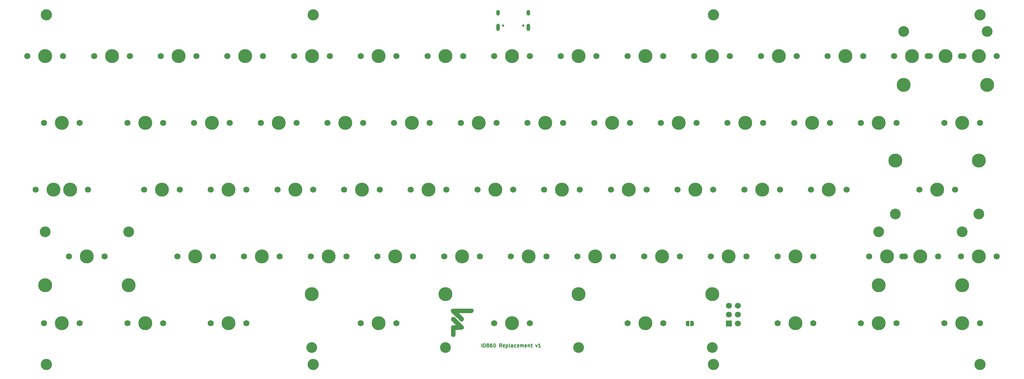
<source format=gbr>
%TF.GenerationSoftware,KiCad,Pcbnew,(6.0.4)*%
%TF.CreationDate,2022-05-28T14:43:12-04:00*%
%TF.ProjectId,keyboard,6b657962-6f61-4726-942e-6b696361645f,rev?*%
%TF.SameCoordinates,Original*%
%TF.FileFunction,Soldermask,Top*%
%TF.FilePolarity,Negative*%
%FSLAX46Y46*%
G04 Gerber Fmt 4.6, Leading zero omitted, Abs format (unit mm)*
G04 Created by KiCad (PCBNEW (6.0.4)) date 2022-05-28 14:43:12*
%MOMM*%
%LPD*%
G01*
G04 APERTURE LIST*
G04 Aperture macros list*
%AMFreePoly0*
4,1,22,0.500000,-0.750000,0.000000,-0.750000,0.000000,-0.745033,-0.079941,-0.743568,-0.215256,-0.701293,-0.333266,-0.622738,-0.424486,-0.514219,-0.481581,-0.384460,-0.499164,-0.250000,-0.500000,-0.250000,-0.500000,0.250000,-0.499164,0.250000,-0.499963,0.256109,-0.478152,0.396186,-0.417904,0.524511,-0.324060,0.630769,-0.204165,0.706417,-0.067858,0.745374,0.000000,0.744959,0.000000,0.750000,
0.500000,0.750000,0.500000,-0.750000,0.500000,-0.750000,$1*%
%AMFreePoly1*
4,1,20,0.000000,0.744959,0.073905,0.744508,0.209726,0.703889,0.328688,0.626782,0.421226,0.519385,0.479903,0.390333,0.500000,0.250000,0.500000,-0.250000,0.499851,-0.262216,0.476331,-0.402017,0.414519,-0.529596,0.319384,-0.634700,0.198574,-0.708877,0.061801,-0.746166,0.000000,-0.745033,0.000000,-0.750000,-0.500000,-0.750000,-0.500000,0.750000,0.000000,0.750000,0.000000,0.744959,
0.000000,0.744959,$1*%
G04 Aperture macros list end*
%ADD10C,0.250000*%
%ADD11C,0.010000*%
%ADD12FreePoly0,0.000000*%
%ADD13FreePoly1,0.000000*%
%ADD14C,3.200000*%
%ADD15C,1.750000*%
%ADD16C,3.987800*%
%ADD17C,3.048000*%
%ADD18R,1.700000X1.700000*%
%ADD19C,1.700000*%
%ADD20O,1.000000X2.100000*%
%ADD21O,1.000000X1.600000*%
%ADD22C,0.650000*%
G04 APERTURE END LIST*
D10*
X133842857Y-92552380D02*
X133842857Y-91552380D01*
X134319047Y-92552380D02*
X134319047Y-91552380D01*
X134557142Y-91552380D01*
X134700000Y-91600000D01*
X134795238Y-91695238D01*
X134842857Y-91790476D01*
X134890476Y-91980952D01*
X134890476Y-92123809D01*
X134842857Y-92314285D01*
X134795238Y-92409523D01*
X134700000Y-92504761D01*
X134557142Y-92552380D01*
X134319047Y-92552380D01*
X135652380Y-92028571D02*
X135795238Y-92076190D01*
X135842857Y-92123809D01*
X135890476Y-92219047D01*
X135890476Y-92361904D01*
X135842857Y-92457142D01*
X135795238Y-92504761D01*
X135700000Y-92552380D01*
X135319047Y-92552380D01*
X135319047Y-91552380D01*
X135652380Y-91552380D01*
X135747619Y-91600000D01*
X135795238Y-91647619D01*
X135842857Y-91742857D01*
X135842857Y-91838095D01*
X135795238Y-91933333D01*
X135747619Y-91980952D01*
X135652380Y-92028571D01*
X135319047Y-92028571D01*
X136747619Y-91552380D02*
X136557142Y-91552380D01*
X136461904Y-91600000D01*
X136414285Y-91647619D01*
X136319047Y-91790476D01*
X136271428Y-91980952D01*
X136271428Y-92361904D01*
X136319047Y-92457142D01*
X136366666Y-92504761D01*
X136461904Y-92552380D01*
X136652380Y-92552380D01*
X136747619Y-92504761D01*
X136795238Y-92457142D01*
X136842857Y-92361904D01*
X136842857Y-92123809D01*
X136795238Y-92028571D01*
X136747619Y-91980952D01*
X136652380Y-91933333D01*
X136461904Y-91933333D01*
X136366666Y-91980952D01*
X136319047Y-92028571D01*
X136271428Y-92123809D01*
X137461904Y-91552380D02*
X137557142Y-91552380D01*
X137652380Y-91600000D01*
X137700000Y-91647619D01*
X137747619Y-91742857D01*
X137795238Y-91933333D01*
X137795238Y-92171428D01*
X137747619Y-92361904D01*
X137700000Y-92457142D01*
X137652380Y-92504761D01*
X137557142Y-92552380D01*
X137461904Y-92552380D01*
X137366666Y-92504761D01*
X137319047Y-92457142D01*
X137271428Y-92361904D01*
X137223809Y-92171428D01*
X137223809Y-91933333D01*
X137271428Y-91742857D01*
X137319047Y-91647619D01*
X137366666Y-91600000D01*
X137461904Y-91552380D01*
X139557142Y-92552380D02*
X139223809Y-92076190D01*
X138985714Y-92552380D02*
X138985714Y-91552380D01*
X139366666Y-91552380D01*
X139461904Y-91600000D01*
X139509523Y-91647619D01*
X139557142Y-91742857D01*
X139557142Y-91885714D01*
X139509523Y-91980952D01*
X139461904Y-92028571D01*
X139366666Y-92076190D01*
X138985714Y-92076190D01*
X140366666Y-92504761D02*
X140271428Y-92552380D01*
X140080952Y-92552380D01*
X139985714Y-92504761D01*
X139938095Y-92409523D01*
X139938095Y-92028571D01*
X139985714Y-91933333D01*
X140080952Y-91885714D01*
X140271428Y-91885714D01*
X140366666Y-91933333D01*
X140414285Y-92028571D01*
X140414285Y-92123809D01*
X139938095Y-92219047D01*
X140842857Y-91885714D02*
X140842857Y-92885714D01*
X140842857Y-91933333D02*
X140938095Y-91885714D01*
X141128571Y-91885714D01*
X141223809Y-91933333D01*
X141271428Y-91980952D01*
X141319047Y-92076190D01*
X141319047Y-92361904D01*
X141271428Y-92457142D01*
X141223809Y-92504761D01*
X141128571Y-92552380D01*
X140938095Y-92552380D01*
X140842857Y-92504761D01*
X141890476Y-92552380D02*
X141795238Y-92504761D01*
X141747619Y-92409523D01*
X141747619Y-91552380D01*
X142700000Y-92552380D02*
X142700000Y-92028571D01*
X142652380Y-91933333D01*
X142557142Y-91885714D01*
X142366666Y-91885714D01*
X142271428Y-91933333D01*
X142700000Y-92504761D02*
X142604761Y-92552380D01*
X142366666Y-92552380D01*
X142271428Y-92504761D01*
X142223809Y-92409523D01*
X142223809Y-92314285D01*
X142271428Y-92219047D01*
X142366666Y-92171428D01*
X142604761Y-92171428D01*
X142700000Y-92123809D01*
X143604761Y-92504761D02*
X143509523Y-92552380D01*
X143319047Y-92552380D01*
X143223809Y-92504761D01*
X143176190Y-92457142D01*
X143128571Y-92361904D01*
X143128571Y-92076190D01*
X143176190Y-91980952D01*
X143223809Y-91933333D01*
X143319047Y-91885714D01*
X143509523Y-91885714D01*
X143604761Y-91933333D01*
X144414285Y-92504761D02*
X144319047Y-92552380D01*
X144128571Y-92552380D01*
X144033333Y-92504761D01*
X143985714Y-92409523D01*
X143985714Y-92028571D01*
X144033333Y-91933333D01*
X144128571Y-91885714D01*
X144319047Y-91885714D01*
X144414285Y-91933333D01*
X144461904Y-92028571D01*
X144461904Y-92123809D01*
X143985714Y-92219047D01*
X144890476Y-92552380D02*
X144890476Y-91885714D01*
X144890476Y-91980952D02*
X144938095Y-91933333D01*
X145033333Y-91885714D01*
X145176190Y-91885714D01*
X145271428Y-91933333D01*
X145319047Y-92028571D01*
X145319047Y-92552380D01*
X145319047Y-92028571D02*
X145366666Y-91933333D01*
X145461904Y-91885714D01*
X145604761Y-91885714D01*
X145700000Y-91933333D01*
X145747619Y-92028571D01*
X145747619Y-92552380D01*
X146604761Y-92504761D02*
X146509523Y-92552380D01*
X146319047Y-92552380D01*
X146223809Y-92504761D01*
X146176190Y-92409523D01*
X146176190Y-92028571D01*
X146223809Y-91933333D01*
X146319047Y-91885714D01*
X146509523Y-91885714D01*
X146604761Y-91933333D01*
X146652380Y-92028571D01*
X146652380Y-92123809D01*
X146176190Y-92219047D01*
X147080952Y-91885714D02*
X147080952Y-92552380D01*
X147080952Y-91980952D02*
X147128571Y-91933333D01*
X147223809Y-91885714D01*
X147366666Y-91885714D01*
X147461904Y-91933333D01*
X147509523Y-92028571D01*
X147509523Y-92552380D01*
X147842857Y-91885714D02*
X148223809Y-91885714D01*
X147985714Y-91552380D02*
X147985714Y-92409523D01*
X148033333Y-92504761D01*
X148128571Y-92552380D01*
X148223809Y-92552380D01*
X149223809Y-91885714D02*
X149461904Y-92552380D01*
X149700000Y-91885714D01*
X150604761Y-92552380D02*
X150033333Y-92552380D01*
X150319047Y-92552380D02*
X150319047Y-91552380D01*
X150223809Y-91695238D01*
X150128571Y-91790476D01*
X150033333Y-91838095D01*
%TO.C,H3*%
G36*
X125766940Y-83945421D02*
G01*
X125802995Y-83947257D01*
X125834912Y-83950028D01*
X125860474Y-83953510D01*
X125873620Y-83956308D01*
X125893816Y-83962399D01*
X125914606Y-83970009D01*
X125936269Y-83979383D01*
X125959084Y-83990766D01*
X125983329Y-84004405D01*
X126009284Y-84020543D01*
X126037229Y-84039426D01*
X126067441Y-84061299D01*
X126100200Y-84086408D01*
X126135785Y-84114998D01*
X126174476Y-84147314D01*
X126216550Y-84183601D01*
X126262288Y-84224104D01*
X126311968Y-84269069D01*
X126365870Y-84318741D01*
X126424272Y-84373365D01*
X126487454Y-84433186D01*
X126555694Y-84498450D01*
X126629272Y-84569401D01*
X126708467Y-84646286D01*
X126793557Y-84729348D01*
X126884822Y-84818834D01*
X126982542Y-84914989D01*
X127086994Y-85018057D01*
X127127973Y-85058557D01*
X127311413Y-85240622D01*
X127487853Y-85417163D01*
X127657179Y-85588065D01*
X127819279Y-85753213D01*
X127974042Y-85912492D01*
X128121354Y-86065785D01*
X128261104Y-86212978D01*
X128393179Y-86353954D01*
X128490058Y-86458722D01*
X128528566Y-86500659D01*
X128560825Y-86535972D01*
X128587474Y-86565504D01*
X128609151Y-86590102D01*
X128626494Y-86610609D01*
X128640142Y-86627870D01*
X128650735Y-86642730D01*
X128658909Y-86656033D01*
X128665305Y-86668623D01*
X128670560Y-86681347D01*
X128675313Y-86695047D01*
X128680020Y-86709980D01*
X128691456Y-86755569D01*
X128700198Y-86808266D01*
X128706173Y-86865658D01*
X128709311Y-86925330D01*
X128709540Y-86984870D01*
X128706788Y-87041865D01*
X128700983Y-87093900D01*
X128692661Y-87136210D01*
X128680329Y-87173244D01*
X128662394Y-87211949D01*
X128640890Y-87248477D01*
X128617851Y-87278980D01*
X128616247Y-87280775D01*
X128595694Y-87301429D01*
X128571869Y-87321240D01*
X128543843Y-87340724D01*
X128510686Y-87360394D01*
X128471469Y-87380764D01*
X128425263Y-87402347D01*
X128371140Y-87425659D01*
X128308169Y-87451212D01*
X128307974Y-87451289D01*
X128210009Y-87487248D01*
X128115206Y-87515860D01*
X128020676Y-87537771D01*
X127923530Y-87553627D01*
X127820880Y-87564076D01*
X127796400Y-87565769D01*
X127774600Y-87566806D01*
X127744005Y-87567752D01*
X127705979Y-87568587D01*
X127661884Y-87569293D01*
X127613087Y-87569853D01*
X127560950Y-87570249D01*
X127506838Y-87570461D01*
X127452115Y-87570473D01*
X127443340Y-87570455D01*
X127375126Y-87570457D01*
X127298374Y-87570752D01*
X127214697Y-87571319D01*
X127125713Y-87572135D01*
X127033036Y-87573177D01*
X126938282Y-87574424D01*
X126843068Y-87575854D01*
X126749007Y-87577443D01*
X126657718Y-87579170D01*
X126570814Y-87581012D01*
X126489912Y-87582948D01*
X126441757Y-87584234D01*
X126329175Y-87587381D01*
X126326815Y-88248500D01*
X126326394Y-88353741D01*
X126325911Y-88452021D01*
X126325369Y-88543036D01*
X126324770Y-88626482D01*
X126324118Y-88702055D01*
X126323417Y-88769453D01*
X126322670Y-88828370D01*
X126321880Y-88878503D01*
X126321050Y-88919548D01*
X126320184Y-88951201D01*
X126319286Y-88973158D01*
X126318799Y-88980740D01*
X126312039Y-89055160D01*
X126304194Y-89120364D01*
X126294993Y-89177263D01*
X126284163Y-89226769D01*
X126271433Y-89269794D01*
X126256530Y-89307248D01*
X126239181Y-89340044D01*
X126219115Y-89369092D01*
X126196060Y-89395304D01*
X126194547Y-89396835D01*
X126172100Y-89418209D01*
X126149160Y-89437257D01*
X126123887Y-89455199D01*
X126094442Y-89473256D01*
X126058986Y-89492647D01*
X126020940Y-89511988D01*
X125970340Y-89535571D01*
X125924337Y-89553299D01*
X125879868Y-89565921D01*
X125833873Y-89574186D01*
X125783288Y-89578846D01*
X125741540Y-89580405D01*
X125710454Y-89580724D01*
X125680632Y-89580478D01*
X125654533Y-89579728D01*
X125634620Y-89578532D01*
X125626541Y-89577606D01*
X125546252Y-89560304D01*
X125471810Y-89534729D01*
X125403047Y-89500796D01*
X125339792Y-89458420D01*
X125281877Y-89407514D01*
X125273641Y-89399138D01*
X125250714Y-89374208D01*
X125230438Y-89349270D01*
X125212616Y-89323524D01*
X125197051Y-89296168D01*
X125183547Y-89266401D01*
X125171906Y-89233423D01*
X125161934Y-89196431D01*
X125153431Y-89154625D01*
X125146203Y-89107204D01*
X125140051Y-89053366D01*
X125134781Y-88992311D01*
X125130193Y-88923238D01*
X125126093Y-88845344D01*
X125123516Y-88787700D01*
X125122533Y-88758665D01*
X125121629Y-88720414D01*
X125120803Y-88673728D01*
X125120055Y-88619387D01*
X125119386Y-88558174D01*
X125118795Y-88490869D01*
X125118283Y-88418255D01*
X125117849Y-88341112D01*
X125117494Y-88260222D01*
X125117218Y-88176366D01*
X125117020Y-88090326D01*
X125116902Y-88002883D01*
X125116862Y-87914818D01*
X125116902Y-87826913D01*
X125117020Y-87739949D01*
X125117218Y-87654708D01*
X125117495Y-87571971D01*
X125117852Y-87492519D01*
X125118288Y-87417134D01*
X125118803Y-87346596D01*
X125119398Y-87281689D01*
X125120072Y-87223192D01*
X125120826Y-87171887D01*
X125121660Y-87128556D01*
X125122574Y-87093980D01*
X125123360Y-87073200D01*
X125127226Y-86996443D01*
X125131440Y-86928903D01*
X125136213Y-86869639D01*
X125141758Y-86817706D01*
X125148287Y-86772165D01*
X125156012Y-86732072D01*
X125165145Y-86696485D01*
X125175898Y-86664462D01*
X125188484Y-86635061D01*
X125203115Y-86607341D01*
X125220003Y-86580357D01*
X125239360Y-86553170D01*
X125240952Y-86551050D01*
X125279251Y-86505813D01*
X125321986Y-86466300D01*
X125369940Y-86432129D01*
X125423894Y-86402914D01*
X125484629Y-86378272D01*
X125552928Y-86357817D01*
X125629571Y-86341166D01*
X125686712Y-86331840D01*
X125714780Y-86328037D01*
X125743778Y-86324670D01*
X125774544Y-86321702D01*
X125807916Y-86319098D01*
X125844732Y-86316823D01*
X125885830Y-86314841D01*
X125932047Y-86313117D01*
X125984221Y-86311615D01*
X126043190Y-86310300D01*
X126109792Y-86309136D01*
X126184864Y-86308088D01*
X126269244Y-86307121D01*
X126270734Y-86307105D01*
X126606889Y-86303580D01*
X126299017Y-86003860D01*
X126193704Y-85901153D01*
X126092397Y-85801985D01*
X125995348Y-85706612D01*
X125902810Y-85615287D01*
X125815037Y-85528267D01*
X125732283Y-85445805D01*
X125654799Y-85368157D01*
X125582840Y-85295577D01*
X125516659Y-85228321D01*
X125456509Y-85166644D01*
X125402644Y-85110800D01*
X125355316Y-85061045D01*
X125314779Y-85017633D01*
X125281286Y-84980820D01*
X125269514Y-84967540D01*
X125219656Y-84905130D01*
X125179591Y-84842337D01*
X125148963Y-84778332D01*
X125127413Y-84712287D01*
X125114585Y-84643371D01*
X125110874Y-84599240D01*
X125112242Y-84524391D01*
X125123191Y-84450669D01*
X125143146Y-84378883D01*
X125171534Y-84309843D01*
X125207780Y-84244358D01*
X125251309Y-84183239D01*
X125301548Y-84127296D01*
X125357922Y-84077338D01*
X125419857Y-84034175D01*
X125486778Y-83998617D01*
X125555430Y-83972309D01*
X125602338Y-83959168D01*
X125646568Y-83950510D01*
X125691704Y-83945880D01*
X125741328Y-83944823D01*
X125766940Y-83945421D01*
G37*
D11*
X125766940Y-83945421D02*
X125802995Y-83947257D01*
X125834912Y-83950028D01*
X125860474Y-83953510D01*
X125873620Y-83956308D01*
X125893816Y-83962399D01*
X125914606Y-83970009D01*
X125936269Y-83979383D01*
X125959084Y-83990766D01*
X125983329Y-84004405D01*
X126009284Y-84020543D01*
X126037229Y-84039426D01*
X126067441Y-84061299D01*
X126100200Y-84086408D01*
X126135785Y-84114998D01*
X126174476Y-84147314D01*
X126216550Y-84183601D01*
X126262288Y-84224104D01*
X126311968Y-84269069D01*
X126365870Y-84318741D01*
X126424272Y-84373365D01*
X126487454Y-84433186D01*
X126555694Y-84498450D01*
X126629272Y-84569401D01*
X126708467Y-84646286D01*
X126793557Y-84729348D01*
X126884822Y-84818834D01*
X126982542Y-84914989D01*
X127086994Y-85018057D01*
X127127973Y-85058557D01*
X127311413Y-85240622D01*
X127487853Y-85417163D01*
X127657179Y-85588065D01*
X127819279Y-85753213D01*
X127974042Y-85912492D01*
X128121354Y-86065785D01*
X128261104Y-86212978D01*
X128393179Y-86353954D01*
X128490058Y-86458722D01*
X128528566Y-86500659D01*
X128560825Y-86535972D01*
X128587474Y-86565504D01*
X128609151Y-86590102D01*
X128626494Y-86610609D01*
X128640142Y-86627870D01*
X128650735Y-86642730D01*
X128658909Y-86656033D01*
X128665305Y-86668623D01*
X128670560Y-86681347D01*
X128675313Y-86695047D01*
X128680020Y-86709980D01*
X128691456Y-86755569D01*
X128700198Y-86808266D01*
X128706173Y-86865658D01*
X128709311Y-86925330D01*
X128709540Y-86984870D01*
X128706788Y-87041865D01*
X128700983Y-87093900D01*
X128692661Y-87136210D01*
X128680329Y-87173244D01*
X128662394Y-87211949D01*
X128640890Y-87248477D01*
X128617851Y-87278980D01*
X128616247Y-87280775D01*
X128595694Y-87301429D01*
X128571869Y-87321240D01*
X128543843Y-87340724D01*
X128510686Y-87360394D01*
X128471469Y-87380764D01*
X128425263Y-87402347D01*
X128371140Y-87425659D01*
X128308169Y-87451212D01*
X128307974Y-87451289D01*
X128210009Y-87487248D01*
X128115206Y-87515860D01*
X128020676Y-87537771D01*
X127923530Y-87553627D01*
X127820880Y-87564076D01*
X127796400Y-87565769D01*
X127774600Y-87566806D01*
X127744005Y-87567752D01*
X127705979Y-87568587D01*
X127661884Y-87569293D01*
X127613087Y-87569853D01*
X127560950Y-87570249D01*
X127506838Y-87570461D01*
X127452115Y-87570473D01*
X127443340Y-87570455D01*
X127375126Y-87570457D01*
X127298374Y-87570752D01*
X127214697Y-87571319D01*
X127125713Y-87572135D01*
X127033036Y-87573177D01*
X126938282Y-87574424D01*
X126843068Y-87575854D01*
X126749007Y-87577443D01*
X126657718Y-87579170D01*
X126570814Y-87581012D01*
X126489912Y-87582948D01*
X126441757Y-87584234D01*
X126329175Y-87587381D01*
X126326815Y-88248500D01*
X126326394Y-88353741D01*
X126325911Y-88452021D01*
X126325369Y-88543036D01*
X126324770Y-88626482D01*
X126324118Y-88702055D01*
X126323417Y-88769453D01*
X126322670Y-88828370D01*
X126321880Y-88878503D01*
X126321050Y-88919548D01*
X126320184Y-88951201D01*
X126319286Y-88973158D01*
X126318799Y-88980740D01*
X126312039Y-89055160D01*
X126304194Y-89120364D01*
X126294993Y-89177263D01*
X126284163Y-89226769D01*
X126271433Y-89269794D01*
X126256530Y-89307248D01*
X126239181Y-89340044D01*
X126219115Y-89369092D01*
X126196060Y-89395304D01*
X126194547Y-89396835D01*
X126172100Y-89418209D01*
X126149160Y-89437257D01*
X126123887Y-89455199D01*
X126094442Y-89473256D01*
X126058986Y-89492647D01*
X126020940Y-89511988D01*
X125970340Y-89535571D01*
X125924337Y-89553299D01*
X125879868Y-89565921D01*
X125833873Y-89574186D01*
X125783288Y-89578846D01*
X125741540Y-89580405D01*
X125710454Y-89580724D01*
X125680632Y-89580478D01*
X125654533Y-89579728D01*
X125634620Y-89578532D01*
X125626541Y-89577606D01*
X125546252Y-89560304D01*
X125471810Y-89534729D01*
X125403047Y-89500796D01*
X125339792Y-89458420D01*
X125281877Y-89407514D01*
X125273641Y-89399138D01*
X125250714Y-89374208D01*
X125230438Y-89349270D01*
X125212616Y-89323524D01*
X125197051Y-89296168D01*
X125183547Y-89266401D01*
X125171906Y-89233423D01*
X125161934Y-89196431D01*
X125153431Y-89154625D01*
X125146203Y-89107204D01*
X125140051Y-89053366D01*
X125134781Y-88992311D01*
X125130193Y-88923238D01*
X125126093Y-88845344D01*
X125123516Y-88787700D01*
X125122533Y-88758665D01*
X125121629Y-88720414D01*
X125120803Y-88673728D01*
X125120055Y-88619387D01*
X125119386Y-88558174D01*
X125118795Y-88490869D01*
X125118283Y-88418255D01*
X125117849Y-88341112D01*
X125117494Y-88260222D01*
X125117218Y-88176366D01*
X125117020Y-88090326D01*
X125116902Y-88002883D01*
X125116862Y-87914818D01*
X125116902Y-87826913D01*
X125117020Y-87739949D01*
X125117218Y-87654708D01*
X125117495Y-87571971D01*
X125117852Y-87492519D01*
X125118288Y-87417134D01*
X125118803Y-87346596D01*
X125119398Y-87281689D01*
X125120072Y-87223192D01*
X125120826Y-87171887D01*
X125121660Y-87128556D01*
X125122574Y-87093980D01*
X125123360Y-87073200D01*
X125127226Y-86996443D01*
X125131440Y-86928903D01*
X125136213Y-86869639D01*
X125141758Y-86817706D01*
X125148287Y-86772165D01*
X125156012Y-86732072D01*
X125165145Y-86696485D01*
X125175898Y-86664462D01*
X125188484Y-86635061D01*
X125203115Y-86607341D01*
X125220003Y-86580357D01*
X125239360Y-86553170D01*
X125240952Y-86551050D01*
X125279251Y-86505813D01*
X125321986Y-86466300D01*
X125369940Y-86432129D01*
X125423894Y-86402914D01*
X125484629Y-86378272D01*
X125552928Y-86357817D01*
X125629571Y-86341166D01*
X125686712Y-86331840D01*
X125714780Y-86328037D01*
X125743778Y-86324670D01*
X125774544Y-86321702D01*
X125807916Y-86319098D01*
X125844732Y-86316823D01*
X125885830Y-86314841D01*
X125932047Y-86313117D01*
X125984221Y-86311615D01*
X126043190Y-86310300D01*
X126109792Y-86309136D01*
X126184864Y-86308088D01*
X126269244Y-86307121D01*
X126270734Y-86307105D01*
X126606889Y-86303580D01*
X126299017Y-86003860D01*
X126193704Y-85901153D01*
X126092397Y-85801985D01*
X125995348Y-85706612D01*
X125902810Y-85615287D01*
X125815037Y-85528267D01*
X125732283Y-85445805D01*
X125654799Y-85368157D01*
X125582840Y-85295577D01*
X125516659Y-85228321D01*
X125456509Y-85166644D01*
X125402644Y-85110800D01*
X125355316Y-85061045D01*
X125314779Y-85017633D01*
X125281286Y-84980820D01*
X125269514Y-84967540D01*
X125219656Y-84905130D01*
X125179591Y-84842337D01*
X125148963Y-84778332D01*
X125127413Y-84712287D01*
X125114585Y-84643371D01*
X125110874Y-84599240D01*
X125112242Y-84524391D01*
X125123191Y-84450669D01*
X125143146Y-84378883D01*
X125171534Y-84309843D01*
X125207780Y-84244358D01*
X125251309Y-84183239D01*
X125301548Y-84127296D01*
X125357922Y-84077338D01*
X125419857Y-84034175D01*
X125486778Y-83998617D01*
X125555430Y-83972309D01*
X125602338Y-83959168D01*
X125646568Y-83950510D01*
X125691704Y-83945880D01*
X125741328Y-83944823D01*
X125766940Y-83945421D01*
G36*
X131168650Y-81614769D02*
G01*
X131220323Y-81636332D01*
X131268788Y-81667028D01*
X131313538Y-81706194D01*
X131354065Y-81753168D01*
X131389863Y-81807288D01*
X131420426Y-81867891D01*
X131445246Y-81934316D01*
X131462202Y-81998280D01*
X131466879Y-82027692D01*
X131470107Y-82064435D01*
X131471883Y-82105784D01*
X131472205Y-82149013D01*
X131471068Y-82191395D01*
X131468469Y-82230205D01*
X131464405Y-82262718D01*
X131462531Y-82272600D01*
X131441362Y-82351604D01*
X131412919Y-82423965D01*
X131376706Y-82490608D01*
X131332227Y-82552460D01*
X131284143Y-82605368D01*
X131234137Y-82650504D01*
X131179906Y-82691226D01*
X131124442Y-82725377D01*
X131100321Y-82737813D01*
X131076164Y-82748436D01*
X131049769Y-82757878D01*
X131020383Y-82766231D01*
X130987256Y-82773586D01*
X130949638Y-82780035D01*
X130906776Y-82785670D01*
X130857922Y-82790583D01*
X130802323Y-82794865D01*
X130739229Y-82798608D01*
X130667889Y-82801905D01*
X130587552Y-82804846D01*
X130539600Y-82806335D01*
X130520142Y-82806766D01*
X130490976Y-82807208D01*
X130452552Y-82807659D01*
X130405321Y-82808115D01*
X130349735Y-82808576D01*
X130286244Y-82809039D01*
X130215300Y-82809502D01*
X130137353Y-82809962D01*
X130052855Y-82810418D01*
X129962256Y-82810868D01*
X129866009Y-82811308D01*
X129764564Y-82811738D01*
X129658371Y-82812155D01*
X129547883Y-82812557D01*
X129433550Y-82812941D01*
X129315823Y-82813306D01*
X129195154Y-82813649D01*
X129071993Y-82813969D01*
X128946792Y-82814262D01*
X128820002Y-82814528D01*
X128818858Y-82814530D01*
X127273377Y-82817568D01*
X127676026Y-83224534D01*
X127748908Y-83298210D01*
X127815113Y-83365169D01*
X127875121Y-83425902D01*
X127929412Y-83480902D01*
X127978466Y-83530663D01*
X128022764Y-83575677D01*
X128062785Y-83616436D01*
X128099011Y-83653434D01*
X128131920Y-83687164D01*
X128161994Y-83718117D01*
X128189711Y-83746787D01*
X128215554Y-83773667D01*
X128240001Y-83799250D01*
X128263533Y-83824028D01*
X128286630Y-83848493D01*
X128309773Y-83873140D01*
X128333441Y-83898460D01*
X128349312Y-83915488D01*
X128407703Y-83978476D01*
X128459220Y-84034657D01*
X128504181Y-84084405D01*
X128542902Y-84128089D01*
X128575701Y-84166082D01*
X128602895Y-84198755D01*
X128624801Y-84226479D01*
X128641736Y-84249626D01*
X128654018Y-84268567D01*
X128659778Y-84279043D01*
X128685520Y-84341584D01*
X128702964Y-84408556D01*
X128712290Y-84478794D01*
X128713680Y-84551130D01*
X128707313Y-84624400D01*
X128693372Y-84697436D01*
X128672035Y-84769074D01*
X128643485Y-84838146D01*
X128607902Y-84903486D01*
X128565466Y-84963930D01*
X128550875Y-84981575D01*
X128499219Y-85034182D01*
X128440927Y-85079497D01*
X128375756Y-85117664D01*
X128303459Y-85148825D01*
X128223791Y-85173123D01*
X128220817Y-85173863D01*
X128188429Y-85179878D01*
X128149362Y-85184053D01*
X128106948Y-85186283D01*
X128064518Y-85186465D01*
X128025403Y-85184496D01*
X127996025Y-85180842D01*
X127972803Y-85175942D01*
X127944407Y-85168771D01*
X127915229Y-85160480D01*
X127899505Y-85155555D01*
X127881967Y-85149632D01*
X127866594Y-85143765D01*
X127852260Y-85137168D01*
X127837840Y-85129058D01*
X127822210Y-85118651D01*
X127804245Y-85105162D01*
X127782819Y-85087807D01*
X127756808Y-85065800D01*
X127725086Y-85038359D01*
X127699880Y-85016369D01*
X127650634Y-84972807D01*
X127595350Y-84922942D01*
X127534466Y-84867207D01*
X127468421Y-84806036D01*
X127397655Y-84739864D01*
X127322607Y-84669125D01*
X127243715Y-84594253D01*
X127161420Y-84515682D01*
X127076160Y-84433845D01*
X126988375Y-84349178D01*
X126898503Y-84262115D01*
X126806984Y-84173088D01*
X126714258Y-84082534D01*
X126620762Y-83990885D01*
X126526938Y-83898576D01*
X126433222Y-83806040D01*
X126340056Y-83713713D01*
X126247878Y-83622028D01*
X126157127Y-83531420D01*
X126068243Y-83442321D01*
X125981665Y-83355168D01*
X125897831Y-83270393D01*
X125817182Y-83188430D01*
X125740155Y-83109715D01*
X125667192Y-83034681D01*
X125598729Y-82963762D01*
X125535208Y-82897392D01*
X125477067Y-82836006D01*
X125424745Y-82780037D01*
X125378682Y-82729919D01*
X125339317Y-82686088D01*
X125319763Y-82663760D01*
X125263919Y-82594054D01*
X125217197Y-82524153D01*
X125178655Y-82452445D01*
X125147355Y-82377321D01*
X125139700Y-82355272D01*
X125124846Y-82308585D01*
X125113740Y-82267969D01*
X125105889Y-82230372D01*
X125100802Y-82192739D01*
X125097986Y-82152017D01*
X125096950Y-82105154D01*
X125096912Y-82089720D01*
X125097044Y-82054500D01*
X125097496Y-82027309D01*
X125098464Y-82006018D01*
X125100144Y-81988495D01*
X125102730Y-81972610D01*
X125106419Y-81956233D01*
X125110622Y-81940126D01*
X125131653Y-81878510D01*
X125159617Y-81823265D01*
X125194082Y-81774920D01*
X125234612Y-81734006D01*
X125280775Y-81701054D01*
X125323185Y-81680080D01*
X125340836Y-81673392D01*
X125358402Y-81667986D01*
X125377705Y-81663537D01*
X125400572Y-81659723D01*
X125428829Y-81656217D01*
X125464300Y-81652695D01*
X125490080Y-81650417D01*
X125533468Y-81646923D01*
X125580483Y-81643584D01*
X125631345Y-81640398D01*
X125686274Y-81637362D01*
X125745493Y-81634473D01*
X125809221Y-81631729D01*
X125877679Y-81629126D01*
X125951089Y-81626663D01*
X126029670Y-81624335D01*
X126113645Y-81622142D01*
X126203232Y-81620079D01*
X126298655Y-81618144D01*
X126400132Y-81616335D01*
X126507886Y-81614648D01*
X126622137Y-81613082D01*
X126743105Y-81611632D01*
X126871012Y-81610298D01*
X127006078Y-81609075D01*
X127148524Y-81607961D01*
X127298571Y-81606953D01*
X127456440Y-81606049D01*
X127622352Y-81605246D01*
X127796527Y-81604542D01*
X127979186Y-81603932D01*
X128170551Y-81603416D01*
X128370841Y-81602990D01*
X128580278Y-81602650D01*
X128799083Y-81602396D01*
X129027476Y-81602223D01*
X129265678Y-81602130D01*
X129410307Y-81602111D01*
X131128355Y-81602039D01*
X131168650Y-81614769D01*
G37*
X131168650Y-81614769D02*
X131220323Y-81636332D01*
X131268788Y-81667028D01*
X131313538Y-81706194D01*
X131354065Y-81753168D01*
X131389863Y-81807288D01*
X131420426Y-81867891D01*
X131445246Y-81934316D01*
X131462202Y-81998280D01*
X131466879Y-82027692D01*
X131470107Y-82064435D01*
X131471883Y-82105784D01*
X131472205Y-82149013D01*
X131471068Y-82191395D01*
X131468469Y-82230205D01*
X131464405Y-82262718D01*
X131462531Y-82272600D01*
X131441362Y-82351604D01*
X131412919Y-82423965D01*
X131376706Y-82490608D01*
X131332227Y-82552460D01*
X131284143Y-82605368D01*
X131234137Y-82650504D01*
X131179906Y-82691226D01*
X131124442Y-82725377D01*
X131100321Y-82737813D01*
X131076164Y-82748436D01*
X131049769Y-82757878D01*
X131020383Y-82766231D01*
X130987256Y-82773586D01*
X130949638Y-82780035D01*
X130906776Y-82785670D01*
X130857922Y-82790583D01*
X130802323Y-82794865D01*
X130739229Y-82798608D01*
X130667889Y-82801905D01*
X130587552Y-82804846D01*
X130539600Y-82806335D01*
X130520142Y-82806766D01*
X130490976Y-82807208D01*
X130452552Y-82807659D01*
X130405321Y-82808115D01*
X130349735Y-82808576D01*
X130286244Y-82809039D01*
X130215300Y-82809502D01*
X130137353Y-82809962D01*
X130052855Y-82810418D01*
X129962256Y-82810868D01*
X129866009Y-82811308D01*
X129764564Y-82811738D01*
X129658371Y-82812155D01*
X129547883Y-82812557D01*
X129433550Y-82812941D01*
X129315823Y-82813306D01*
X129195154Y-82813649D01*
X129071993Y-82813969D01*
X128946792Y-82814262D01*
X128820002Y-82814528D01*
X128818858Y-82814530D01*
X127273377Y-82817568D01*
X127676026Y-83224534D01*
X127748908Y-83298210D01*
X127815113Y-83365169D01*
X127875121Y-83425902D01*
X127929412Y-83480902D01*
X127978466Y-83530663D01*
X128022764Y-83575677D01*
X128062785Y-83616436D01*
X128099011Y-83653434D01*
X128131920Y-83687164D01*
X128161994Y-83718117D01*
X128189711Y-83746787D01*
X128215554Y-83773667D01*
X128240001Y-83799250D01*
X128263533Y-83824028D01*
X128286630Y-83848493D01*
X128309773Y-83873140D01*
X128333441Y-83898460D01*
X128349312Y-83915488D01*
X128407703Y-83978476D01*
X128459220Y-84034657D01*
X128504181Y-84084405D01*
X128542902Y-84128089D01*
X128575701Y-84166082D01*
X128602895Y-84198755D01*
X128624801Y-84226479D01*
X128641736Y-84249626D01*
X128654018Y-84268567D01*
X128659778Y-84279043D01*
X128685520Y-84341584D01*
X128702964Y-84408556D01*
X128712290Y-84478794D01*
X128713680Y-84551130D01*
X128707313Y-84624400D01*
X128693372Y-84697436D01*
X128672035Y-84769074D01*
X128643485Y-84838146D01*
X128607902Y-84903486D01*
X128565466Y-84963930D01*
X128550875Y-84981575D01*
X128499219Y-85034182D01*
X128440927Y-85079497D01*
X128375756Y-85117664D01*
X128303459Y-85148825D01*
X128223791Y-85173123D01*
X128220817Y-85173863D01*
X128188429Y-85179878D01*
X128149362Y-85184053D01*
X128106948Y-85186283D01*
X128064518Y-85186465D01*
X128025403Y-85184496D01*
X127996025Y-85180842D01*
X127972803Y-85175942D01*
X127944407Y-85168771D01*
X127915229Y-85160480D01*
X127899505Y-85155555D01*
X127881967Y-85149632D01*
X127866594Y-85143765D01*
X127852260Y-85137168D01*
X127837840Y-85129058D01*
X127822210Y-85118651D01*
X127804245Y-85105162D01*
X127782819Y-85087807D01*
X127756808Y-85065800D01*
X127725086Y-85038359D01*
X127699880Y-85016369D01*
X127650634Y-84972807D01*
X127595350Y-84922942D01*
X127534466Y-84867207D01*
X127468421Y-84806036D01*
X127397655Y-84739864D01*
X127322607Y-84669125D01*
X127243715Y-84594253D01*
X127161420Y-84515682D01*
X127076160Y-84433845D01*
X126988375Y-84349178D01*
X126898503Y-84262115D01*
X126806984Y-84173088D01*
X126714258Y-84082534D01*
X126620762Y-83990885D01*
X126526938Y-83898576D01*
X126433222Y-83806040D01*
X126340056Y-83713713D01*
X126247878Y-83622028D01*
X126157127Y-83531420D01*
X126068243Y-83442321D01*
X125981665Y-83355168D01*
X125897831Y-83270393D01*
X125817182Y-83188430D01*
X125740155Y-83109715D01*
X125667192Y-83034681D01*
X125598729Y-82963762D01*
X125535208Y-82897392D01*
X125477067Y-82836006D01*
X125424745Y-82780037D01*
X125378682Y-82729919D01*
X125339317Y-82686088D01*
X125319763Y-82663760D01*
X125263919Y-82594054D01*
X125217197Y-82524153D01*
X125178655Y-82452445D01*
X125147355Y-82377321D01*
X125139700Y-82355272D01*
X125124846Y-82308585D01*
X125113740Y-82267969D01*
X125105889Y-82230372D01*
X125100802Y-82192739D01*
X125097986Y-82152017D01*
X125096950Y-82105154D01*
X125096912Y-82089720D01*
X125097044Y-82054500D01*
X125097496Y-82027309D01*
X125098464Y-82006018D01*
X125100144Y-81988495D01*
X125102730Y-81972610D01*
X125106419Y-81956233D01*
X125110622Y-81940126D01*
X125131653Y-81878510D01*
X125159617Y-81823265D01*
X125194082Y-81774920D01*
X125234612Y-81734006D01*
X125280775Y-81701054D01*
X125323185Y-81680080D01*
X125340836Y-81673392D01*
X125358402Y-81667986D01*
X125377705Y-81663537D01*
X125400572Y-81659723D01*
X125428829Y-81656217D01*
X125464300Y-81652695D01*
X125490080Y-81650417D01*
X125533468Y-81646923D01*
X125580483Y-81643584D01*
X125631345Y-81640398D01*
X125686274Y-81637362D01*
X125745493Y-81634473D01*
X125809221Y-81631729D01*
X125877679Y-81629126D01*
X125951089Y-81626663D01*
X126029670Y-81624335D01*
X126113645Y-81622142D01*
X126203232Y-81620079D01*
X126298655Y-81618144D01*
X126400132Y-81616335D01*
X126507886Y-81614648D01*
X126622137Y-81613082D01*
X126743105Y-81611632D01*
X126871012Y-81610298D01*
X127006078Y-81609075D01*
X127148524Y-81607961D01*
X127298571Y-81606953D01*
X127456440Y-81606049D01*
X127622352Y-81605246D01*
X127796527Y-81604542D01*
X127979186Y-81603932D01*
X128170551Y-81603416D01*
X128370841Y-81602990D01*
X128580278Y-81602650D01*
X128799083Y-81602396D01*
X129027476Y-81602223D01*
X129265678Y-81602130D01*
X129410307Y-81602111D01*
X131128355Y-81602039D01*
X131168650Y-81614769D01*
%TD*%
D12*
%TO.C,JP2*%
X192550000Y-85850000D03*
D13*
X193850000Y-85850000D03*
%TD*%
D14*
%TO.C,M7*%
X199871000Y2255000D03*
%TD*%
%TO.C,M8*%
X275871000Y2255000D03*
%TD*%
%TO.C,M6*%
X85871000Y2255000D03*
%TD*%
%TO.C,M5*%
X9871000Y2255000D03*
%TD*%
%TO.C,M1*%
X9871000Y-97495000D03*
%TD*%
%TO.C,M2*%
X85871000Y-97495000D03*
%TD*%
%TO.C,M3*%
X199871000Y-97495000D03*
%TD*%
%TO.C,M4*%
X275871000Y-97495000D03*
%TD*%
D15*
%TO.C,K10*%
X156420000Y-9525000D03*
D16*
X161500000Y-9525000D03*
D15*
X166580000Y-9525000D03*
%TD*%
%TO.C,K29*%
X265670000Y-28575000D03*
D16*
X270750000Y-28575000D03*
D15*
X275830000Y-28575000D03*
%TD*%
%TO.C,K9*%
X137420000Y-9525000D03*
D16*
X142500000Y-9525000D03*
D15*
X147580000Y-9525000D03*
%TD*%
%TO.C,K2*%
X4445000Y-9525000D03*
D16*
X9525000Y-9525000D03*
D15*
X14605000Y-9525000D03*
%TD*%
%TO.C,K5*%
X61420000Y-9525000D03*
D16*
X66500000Y-9525000D03*
D15*
X71580000Y-9525000D03*
%TD*%
%TO.C,K11*%
X175420000Y-9525000D03*
X185580000Y-9525000D03*
D16*
X180500000Y-9525000D03*
%TD*%
D15*
%TO.C,MX2*%
X11545000Y-47625000D03*
D16*
X16625000Y-47625000D03*
D15*
X21705000Y-47625000D03*
%TD*%
D16*
%TO.C,K54*%
X204250000Y-66675000D03*
D15*
X209330000Y-66675000D03*
X199170000Y-66675000D03*
%TD*%
D16*
%TO.C,K66*%
X223250000Y-85725000D03*
D15*
X228330000Y-85725000D03*
X218170000Y-85725000D03*
%TD*%
%TO.C,K35*%
X104830000Y-47625000D03*
X94670000Y-47625000D03*
D16*
X99750000Y-47625000D03*
%TD*%
%TO.C,K43*%
X275531250Y-39370000D03*
D17*
X251718750Y-54610000D03*
D16*
X251718750Y-39370000D03*
D17*
X275531250Y-54610000D03*
D16*
X263625000Y-47625000D03*
D15*
X258545000Y-47625000D03*
X268705000Y-47625000D03*
%TD*%
D16*
%TO.C,K16*%
X14250000Y-28575000D03*
D15*
X19330000Y-28575000D03*
X9170000Y-28575000D03*
%TD*%
%TO.C,K47*%
X76330000Y-66675000D03*
X66170000Y-66675000D03*
D16*
X71250000Y-66675000D03*
%TD*%
%TO.C,K63*%
X85450000Y-77470000D03*
D17*
X85450000Y-92710000D03*
D16*
X104500000Y-85725000D03*
D15*
X99420000Y-85725000D03*
D17*
X123550000Y-92710000D03*
D15*
X109580000Y-85725000D03*
D16*
X123550000Y-77470000D03*
%TD*%
%TO.C,K22*%
X133000000Y-28575000D03*
D15*
X127920000Y-28575000D03*
X138080000Y-28575000D03*
%TD*%
%TO.C,K26*%
X214080000Y-28575000D03*
X203920000Y-28575000D03*
D16*
X209000000Y-28575000D03*
%TD*%
D15*
%TO.C,K53*%
X190330000Y-66675000D03*
X180170000Y-66675000D03*
D16*
X185250000Y-66675000D03*
%TD*%
%TO.C,K15*%
X256500000Y-9525000D03*
D15*
X261580000Y-9525000D03*
X251420000Y-9525000D03*
%TD*%
%TO.C,K32*%
X37670000Y-47625000D03*
D16*
X42750000Y-47625000D03*
D15*
X47830000Y-47625000D03*
%TD*%
D16*
%TO.C,K65*%
X199550000Y-77470000D03*
D17*
X199550000Y-92710000D03*
D15*
X175420000Y-85725000D03*
D17*
X161450000Y-92710000D03*
D16*
X161450000Y-77470000D03*
D15*
X185580000Y-85725000D03*
D16*
X180500000Y-85725000D03*
%TD*%
D15*
%TO.C,K37*%
X142830000Y-47625000D03*
D16*
X137750000Y-47625000D03*
D15*
X132670000Y-47625000D03*
%TD*%
D16*
%TO.C,K24*%
X171000000Y-28575000D03*
D15*
X165920000Y-28575000D03*
X176080000Y-28575000D03*
%TD*%
%TO.C,K14*%
X242580000Y-9525000D03*
D16*
X237500000Y-9525000D03*
D15*
X232420000Y-9525000D03*
%TD*%
%TO.C,K52*%
X171330000Y-66675000D03*
D16*
X166250000Y-66675000D03*
D15*
X161170000Y-66675000D03*
%TD*%
D16*
%TO.C,K12*%
X199500000Y-9525000D03*
D15*
X204580000Y-9525000D03*
X194420000Y-9525000D03*
%TD*%
%TO.C,K39*%
X170670000Y-47625000D03*
D16*
X175750000Y-47625000D03*
D15*
X180830000Y-47625000D03*
%TD*%
%TO.C,K40*%
X199830000Y-47625000D03*
X189670000Y-47625000D03*
D16*
X194750000Y-47625000D03*
%TD*%
D15*
%TO.C,K61*%
X32920000Y-85725000D03*
D16*
X38000000Y-85725000D03*
D15*
X43080000Y-85725000D03*
%TD*%
%TO.C,K21*%
X108920000Y-28575000D03*
X119080000Y-28575000D03*
D16*
X114000000Y-28575000D03*
%TD*%
D15*
%TO.C,K46*%
X47170000Y-66675000D03*
D16*
X52250000Y-66675000D03*
D15*
X57330000Y-66675000D03*
%TD*%
D16*
%TO.C,K17*%
X38000000Y-28575000D03*
D15*
X43080000Y-28575000D03*
X32920000Y-28575000D03*
%TD*%
D16*
%TO.C,K28*%
X247000000Y-28575000D03*
D15*
X252080000Y-28575000D03*
X241920000Y-28575000D03*
%TD*%
D16*
%TO.C,K33*%
X61750000Y-47625000D03*
D15*
X56670000Y-47625000D03*
X66830000Y-47625000D03*
%TD*%
%TO.C,K57*%
X280580000Y-66675000D03*
D16*
X275500000Y-66675000D03*
D15*
X270420000Y-66675000D03*
%TD*%
%TO.C,K20*%
X100080000Y-28575000D03*
X89920000Y-28575000D03*
D16*
X95000000Y-28575000D03*
%TD*%
D15*
%TO.C,K48*%
X95330000Y-66675000D03*
D16*
X90250000Y-66675000D03*
D15*
X85170000Y-66675000D03*
%TD*%
D16*
%TO.C,K44*%
X249375000Y-66675000D03*
D15*
X254455000Y-66675000D03*
X244295000Y-66675000D03*
%TD*%
D16*
%TO.C,K42*%
X232750000Y-47625000D03*
D15*
X227670000Y-47625000D03*
X237830000Y-47625000D03*
%TD*%
%TO.C,K19*%
X81080000Y-28575000D03*
X70920000Y-28575000D03*
D16*
X76000000Y-28575000D03*
%TD*%
%TO.C,K3*%
X28500000Y-9525000D03*
D15*
X33580000Y-9525000D03*
X23420000Y-9525000D03*
%TD*%
D16*
%TO.C,K4*%
X47500000Y-9525000D03*
D15*
X42420000Y-9525000D03*
X52580000Y-9525000D03*
%TD*%
D16*
%TO.C,K56*%
X270781250Y-74930000D03*
D15*
X263955000Y-66675000D03*
X253795000Y-66675000D03*
D17*
X270781250Y-59690000D03*
D16*
X258875000Y-66675000D03*
X246968750Y-74930000D03*
D17*
X246968750Y-59690000D03*
%TD*%
D15*
%TO.C,K36*%
X113670000Y-47625000D03*
D16*
X118750000Y-47625000D03*
D15*
X123830000Y-47625000D03*
%TD*%
D16*
%TO.C,K18*%
X57000000Y-28575000D03*
D15*
X62080000Y-28575000D03*
X51920000Y-28575000D03*
%TD*%
%TO.C,K38*%
X151670000Y-47625000D03*
X161830000Y-47625000D03*
D16*
X156750000Y-47625000D03*
%TD*%
%TO.C,K51*%
X147250000Y-66675000D03*
D15*
X152330000Y-66675000D03*
X142170000Y-66675000D03*
%TD*%
D16*
%TO.C,K59*%
X142500000Y-85725000D03*
D15*
X137420000Y-85725000D03*
X147580000Y-85725000D03*
%TD*%
D16*
%TO.C,K68*%
X270750000Y-85725000D03*
D15*
X275830000Y-85725000D03*
X265670000Y-85725000D03*
%TD*%
D16*
%TO.C,MX1*%
X11875000Y-47625000D03*
D15*
X16955000Y-47625000D03*
X6795000Y-47625000D03*
%TD*%
%TO.C,K6*%
X90580000Y-9525000D03*
X80420000Y-9525000D03*
D16*
X85500000Y-9525000D03*
%TD*%
D15*
%TO.C,K13*%
X213420000Y-9525000D03*
D16*
X218500000Y-9525000D03*
D15*
X223580000Y-9525000D03*
%TD*%
%TO.C,K34*%
X75670000Y-47625000D03*
D16*
X80750000Y-47625000D03*
D15*
X85830000Y-47625000D03*
%TD*%
%TO.C,K8*%
X128580000Y-9525000D03*
X118420000Y-9525000D03*
D16*
X123500000Y-9525000D03*
%TD*%
D15*
%TO.C,K7*%
X99420000Y-9525000D03*
D16*
X104500000Y-9525000D03*
D15*
X109580000Y-9525000D03*
%TD*%
%TO.C,K27*%
X233080000Y-28575000D03*
X222920000Y-28575000D03*
D16*
X228000000Y-28575000D03*
%TD*%
D17*
%TO.C,K1*%
X254093750Y-2540000D03*
D15*
X271080000Y-9525000D03*
D16*
X254093750Y-17780000D03*
D17*
X277906250Y-2540000D03*
D16*
X277906250Y-17780000D03*
X266000000Y-9525000D03*
D15*
X260920000Y-9525000D03*
%TD*%
D16*
%TO.C,K58*%
X275500000Y-9525000D03*
D15*
X270420000Y-9525000D03*
X280580000Y-9525000D03*
%TD*%
%TO.C,K50*%
X133330000Y-66675000D03*
X123170000Y-66675000D03*
D16*
X128250000Y-66675000D03*
%TD*%
D15*
%TO.C,K62*%
X56670000Y-85725000D03*
D16*
X61750000Y-85725000D03*
D15*
X66830000Y-85725000D03*
%TD*%
%TO.C,K41*%
X218830000Y-47625000D03*
X208670000Y-47625000D03*
D16*
X213750000Y-47625000D03*
%TD*%
D15*
%TO.C,K60*%
X19330000Y-85725000D03*
D16*
X14250000Y-85725000D03*
D15*
X9170000Y-85725000D03*
%TD*%
D16*
%TO.C,K45*%
X21375000Y-66675000D03*
D15*
X26455000Y-66675000D03*
D16*
X33281250Y-74930000D03*
D17*
X9468750Y-59690000D03*
X33281250Y-59690000D03*
D15*
X16295000Y-66675000D03*
D16*
X9468750Y-74930000D03*
%TD*%
D15*
%TO.C,K25*%
X195080000Y-28575000D03*
X184920000Y-28575000D03*
D16*
X190000000Y-28575000D03*
%TD*%
%TO.C,K23*%
X152000000Y-28575000D03*
D15*
X146920000Y-28575000D03*
X157080000Y-28575000D03*
%TD*%
%TO.C,K67*%
X241920000Y-85725000D03*
D16*
X247000000Y-85725000D03*
D15*
X252080000Y-85725000D03*
%TD*%
D16*
%TO.C,K55*%
X223250000Y-66675000D03*
D15*
X218170000Y-66675000D03*
X228330000Y-66675000D03*
%TD*%
D16*
%TO.C,K49*%
X109250000Y-66675000D03*
D15*
X114330000Y-66675000D03*
X104170000Y-66675000D03*
%TD*%
D18*
%TO.C,J2*%
X204334200Y-85840000D03*
D19*
X206874200Y-85840000D03*
X204334200Y-83300000D03*
X206874200Y-83300000D03*
X204334200Y-80760000D03*
X206874200Y-80760000D03*
%TD*%
D20*
%TO.C,J1*%
X138550000Y-1340000D03*
D21*
X138550000Y2840000D03*
X147190000Y2840000D03*
D20*
X147190000Y-1340000D03*
D22*
X145760000Y-810000D03*
X139980000Y-810000D03*
%TD*%
M02*

</source>
